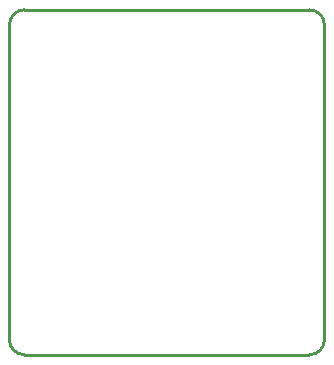
<source format=gm1>
G04*
G04 #@! TF.GenerationSoftware,Altium Limited,Altium Designer,22.2.1 (43)*
G04*
G04 Layer_Color=16711935*
%FSLAX44Y44*%
%MOMM*%
G71*
G04*
G04 #@! TF.SameCoordinates,B242430B-52BB-43DD-A0E7-0EA7797FDCDA*
G04*
G04*
G04 #@! TF.FilePolarity,Positive*
G04*
G01*
G75*
%ADD15C,0.2540*%
D15*
X120650Y-146050D02*
G03*
X133350Y-133350I0J12700D01*
G01*
X-133350D02*
G03*
X-120650Y-146050I12700J-0D01*
G01*
X133350Y133350D02*
G03*
X120650Y146050I-12700J0D01*
G01*
X-120650D02*
G03*
X-133350Y133350I0J-12700D01*
G01*
X133350Y-133350D02*
Y0D01*
X0Y-146050D02*
X120650D01*
X-120650D02*
X0D01*
X-133350Y-133350D02*
Y0D01*
X133350D02*
Y133350D01*
X0Y146050D02*
X120650D01*
X-120650D02*
X0D01*
X-133350Y0D02*
Y133350D01*
X120650Y-146050D02*
G03*
X133350Y-133350I0J12700D01*
G01*
X-133350D02*
G03*
X-120650Y-146050I12700J-0D01*
G01*
X133350Y133350D02*
G03*
X120650Y146050I-12700J0D01*
G01*
X-120650D02*
G03*
X-133350Y133350I0J-12700D01*
G01*
X133350Y-133350D02*
Y0D01*
X0Y-146050D02*
X120650D01*
X-120650D02*
X0D01*
X-133350Y-133350D02*
Y0D01*
X133350D02*
Y133350D01*
X0Y146050D02*
X120650D01*
X-120650D02*
X0D01*
X-133350Y0D02*
Y133350D01*
M02*

</source>
